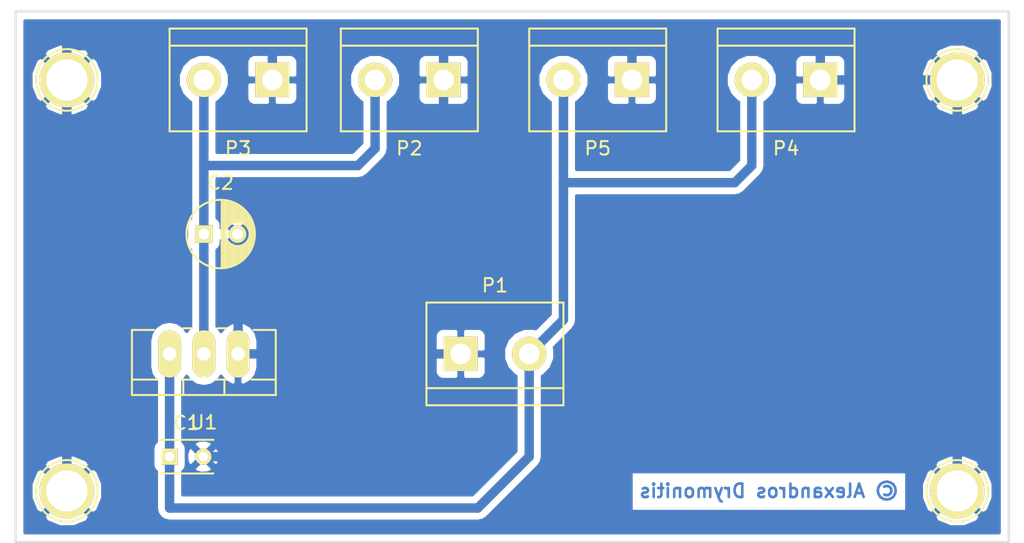
<source format=kicad_pcb>
(kicad_pcb (version 4) (host pcbnew 4.0.6+dfsg1-1)

  (general
    (links 18)
    (no_connects 0)
    (area 113.076667 84.115 189.183334 124.535001)
    (thickness 1.6)
    (drawings 5)
    (tracks 39)
    (zones 0)
    (modules 12)
    (nets 4)
  )

  (page A4)
  (title_block
    (title "Modular Synthesizer Power Distributor")
    (date 2017-11-01)
    (rev 1)
    (company "Alexandros Drymonitis")
  )

  (layers
    (0 F.Cu signal)
    (31 B.Cu signal)
    (32 B.Adhes user)
    (33 F.Adhes user)
    (34 B.Paste user)
    (35 F.Paste user)
    (36 B.SilkS user)
    (37 F.SilkS user)
    (38 B.Mask user)
    (39 F.Mask user)
    (40 Dwgs.User user)
    (41 Cmts.User user)
    (42 Eco1.User user)
    (43 Eco2.User user)
    (44 Edge.Cuts user)
    (45 Margin user)
    (46 B.CrtYd user)
    (47 F.CrtYd user)
    (48 B.Fab user)
    (49 F.Fab user)
  )

  (setup
    (last_trace_width 0.7)
    (trace_clearance 0.2)
    (zone_clearance 0.508)
    (zone_45_only yes)
    (trace_min 0.2)
    (segment_width 0.2)
    (edge_width 0.15)
    (via_size 0.6)
    (via_drill 0.4)
    (via_min_size 0.4)
    (via_min_drill 0.3)
    (uvia_size 0.3)
    (uvia_drill 0.1)
    (uvias_allowed no)
    (uvia_min_size 0.2)
    (uvia_min_drill 0.1)
    (pcb_text_width 0.3)
    (pcb_text_size 1.5 1.5)
    (mod_edge_width 0.15)
    (mod_text_size 1 1)
    (mod_text_width 0.15)
    (pad_size 1.524 1.524)
    (pad_drill 0.762)
    (pad_to_mask_clearance 0.2)
    (aux_axis_origin 0 0)
    (visible_elements FFFFFF7F)
    (pcbplotparams
      (layerselection 0x010f0_80000001)
      (usegerberextensions false)
      (excludeedgelayer true)
      (linewidth 0.050000)
      (plotframeref false)
      (viasonmask false)
      (mode 1)
      (useauxorigin false)
      (hpglpennumber 1)
      (hpglpenspeed 20)
      (hpglpendiameter 15)
      (hpglpenoverlay 2)
      (psnegative false)
      (psa4output false)
      (plotreference true)
      (plotvalue true)
      (plotinvisibletext false)
      (padsonsilk false)
      (subtractmaskfromsilk false)
      (outputformat 1)
      (mirror false)
      (drillshape 0)
      (scaleselection 1)
      (outputdirectory ../../../../Documents/kicad/3dPd/power_distributor/svg_files/))
  )

  (net 0 "")
  (net 1 VCC)
  (net 2 GND)
  (net 3 /VO)

  (net_class Default "This is the default net class."
    (clearance 0.2)
    (trace_width 0.7)
    (via_dia 0.6)
    (via_drill 0.4)
    (uvia_dia 0.3)
    (uvia_drill 0.1)
    (add_net /VO)
    (add_net GND)
    (add_net VCC)
  )

  (module Capacitors_ThroughHole:C_Rect_L4_W2.5_P2.5 (layer F.Cu) (tedit 0) (tstamp 5965DA91)
    (at 125.73 118.11)
    (descr "Film Capacitor Length 4mm x Width 2.5mm, Pitch 2.5mm")
    (tags Capacitor)
    (path /5965DB0F)
    (fp_text reference C1 (at 1.25 -2.5) (layer F.SilkS)
      (effects (font (size 1 1) (thickness 0.15)))
    )
    (fp_text value 100nF (at 1.25 2.5) (layer F.Fab)
      (effects (font (size 1 1) (thickness 0.15)))
    )
    (fp_line (start -1 -1.5) (end 3.5 -1.5) (layer F.CrtYd) (width 0.05))
    (fp_line (start 3.5 -1.5) (end 3.5 1.5) (layer F.CrtYd) (width 0.05))
    (fp_line (start 3.5 1.5) (end -1 1.5) (layer F.CrtYd) (width 0.05))
    (fp_line (start -1 1.5) (end -1 -1.5) (layer F.CrtYd) (width 0.05))
    (fp_line (start -0.75 -1.25) (end 3.25 -1.25) (layer F.SilkS) (width 0.15))
    (fp_line (start -0.75 1.25) (end 3.25 1.25) (layer F.SilkS) (width 0.15))
    (pad 1 thru_hole rect (at 0 0) (size 1.2 1.2) (drill 0.7) (layers *.Cu *.Mask F.SilkS)
      (net 1 VCC))
    (pad 2 thru_hole circle (at 2.5 0) (size 1.2 1.2) (drill 0.7) (layers *.Cu *.Mask F.SilkS)
      (net 2 GND))
  )

  (module Capacitors_ThroughHole:C_Radial_D5_L6_P2.5 (layer F.Cu) (tedit 0) (tstamp 5965DA97)
    (at 128.27 101.6)
    (descr "Radial Electrolytic Capacitor Diameter 5mm x Length 6mm, Pitch 2.5mm")
    (tags "Electrolytic Capacitor")
    (path /5965DB67)
    (fp_text reference C2 (at 1.25 -3.8) (layer F.SilkS)
      (effects (font (size 1 1) (thickness 0.15)))
    )
    (fp_text value 10uF (at 1.25 3.8) (layer F.Fab)
      (effects (font (size 1 1) (thickness 0.15)))
    )
    (fp_line (start 1.325 -2.499) (end 1.325 2.499) (layer F.SilkS) (width 0.15))
    (fp_line (start 1.465 -2.491) (end 1.465 2.491) (layer F.SilkS) (width 0.15))
    (fp_line (start 1.605 -2.475) (end 1.605 -0.095) (layer F.SilkS) (width 0.15))
    (fp_line (start 1.605 0.095) (end 1.605 2.475) (layer F.SilkS) (width 0.15))
    (fp_line (start 1.745 -2.451) (end 1.745 -0.49) (layer F.SilkS) (width 0.15))
    (fp_line (start 1.745 0.49) (end 1.745 2.451) (layer F.SilkS) (width 0.15))
    (fp_line (start 1.885 -2.418) (end 1.885 -0.657) (layer F.SilkS) (width 0.15))
    (fp_line (start 1.885 0.657) (end 1.885 2.418) (layer F.SilkS) (width 0.15))
    (fp_line (start 2.025 -2.377) (end 2.025 -0.764) (layer F.SilkS) (width 0.15))
    (fp_line (start 2.025 0.764) (end 2.025 2.377) (layer F.SilkS) (width 0.15))
    (fp_line (start 2.165 -2.327) (end 2.165 -0.835) (layer F.SilkS) (width 0.15))
    (fp_line (start 2.165 0.835) (end 2.165 2.327) (layer F.SilkS) (width 0.15))
    (fp_line (start 2.305 -2.266) (end 2.305 -0.879) (layer F.SilkS) (width 0.15))
    (fp_line (start 2.305 0.879) (end 2.305 2.266) (layer F.SilkS) (width 0.15))
    (fp_line (start 2.445 -2.196) (end 2.445 -0.898) (layer F.SilkS) (width 0.15))
    (fp_line (start 2.445 0.898) (end 2.445 2.196) (layer F.SilkS) (width 0.15))
    (fp_line (start 2.585 -2.114) (end 2.585 -0.896) (layer F.SilkS) (width 0.15))
    (fp_line (start 2.585 0.896) (end 2.585 2.114) (layer F.SilkS) (width 0.15))
    (fp_line (start 2.725 -2.019) (end 2.725 -0.871) (layer F.SilkS) (width 0.15))
    (fp_line (start 2.725 0.871) (end 2.725 2.019) (layer F.SilkS) (width 0.15))
    (fp_line (start 2.865 -1.908) (end 2.865 -0.823) (layer F.SilkS) (width 0.15))
    (fp_line (start 2.865 0.823) (end 2.865 1.908) (layer F.SilkS) (width 0.15))
    (fp_line (start 3.005 -1.78) (end 3.005 -0.745) (layer F.SilkS) (width 0.15))
    (fp_line (start 3.005 0.745) (end 3.005 1.78) (layer F.SilkS) (width 0.15))
    (fp_line (start 3.145 -1.631) (end 3.145 -0.628) (layer F.SilkS) (width 0.15))
    (fp_line (start 3.145 0.628) (end 3.145 1.631) (layer F.SilkS) (width 0.15))
    (fp_line (start 3.285 -1.452) (end 3.285 -0.44) (layer F.SilkS) (width 0.15))
    (fp_line (start 3.285 0.44) (end 3.285 1.452) (layer F.SilkS) (width 0.15))
    (fp_line (start 3.425 -1.233) (end 3.425 1.233) (layer F.SilkS) (width 0.15))
    (fp_line (start 3.565 -0.944) (end 3.565 0.944) (layer F.SilkS) (width 0.15))
    (fp_line (start 3.705 -0.472) (end 3.705 0.472) (layer F.SilkS) (width 0.15))
    (fp_circle (center 2.5 0) (end 2.5 -0.9) (layer F.SilkS) (width 0.15))
    (fp_circle (center 1.25 0) (end 1.25 -2.5375) (layer F.SilkS) (width 0.15))
    (fp_circle (center 1.25 0) (end 1.25 -2.8) (layer F.CrtYd) (width 0.05))
    (pad 1 thru_hole rect (at 0 0) (size 1.3 1.3) (drill 0.8) (layers *.Cu *.Mask F.SilkS)
      (net 3 /VO))
    (pad 2 thru_hole circle (at 2.5 0) (size 1.3 1.3) (drill 0.8) (layers *.Cu *.Mask F.SilkS)
      (net 2 GND))
    (model Capacitors_ThroughHole.3dshapes/C_Radial_D5_L6_P2.5.wrl
      (at (xyz 0.0492126 0 0))
      (scale (xyz 1 1 1))
      (rotate (xyz 0 0 90))
    )
  )

  (module Connect:bornier2 (layer F.Cu) (tedit 0) (tstamp 5965DA9D)
    (at 149.86 110.49)
    (descr "Bornier d'alimentation 2 pins")
    (tags DEV)
    (path /5965D762)
    (fp_text reference P1 (at 0 -5.08) (layer F.SilkS)
      (effects (font (size 1 1) (thickness 0.15)))
    )
    (fp_text value CONN_01X02 (at 0 5.08) (layer F.Fab)
      (effects (font (size 1 1) (thickness 0.15)))
    )
    (fp_line (start 5.08 2.54) (end -5.08 2.54) (layer F.SilkS) (width 0.15))
    (fp_line (start 5.08 3.81) (end 5.08 -3.81) (layer F.SilkS) (width 0.15))
    (fp_line (start 5.08 -3.81) (end -5.08 -3.81) (layer F.SilkS) (width 0.15))
    (fp_line (start -5.08 -3.81) (end -5.08 3.81) (layer F.SilkS) (width 0.15))
    (fp_line (start -5.08 3.81) (end 5.08 3.81) (layer F.SilkS) (width 0.15))
    (pad 1 thru_hole rect (at -2.54 0) (size 2.54 2.54) (drill 1.524) (layers *.Cu *.Mask F.SilkS)
      (net 2 GND))
    (pad 2 thru_hole circle (at 2.54 0) (size 2.54 2.54) (drill 1.524) (layers *.Cu *.Mask F.SilkS)
      (net 1 VCC))
    (model Connect.3dshapes/bornier2.wrl
      (at (xyz 0 0 0))
      (scale (xyz 1 1 1))
      (rotate (xyz 0 0 0))
    )
  )

  (module Connect:bornier2 (layer F.Cu) (tedit 0) (tstamp 5965DAA3)
    (at 143.51 90.17 180)
    (descr "Bornier d'alimentation 2 pins")
    (tags DEV)
    (path /5965D7FC)
    (fp_text reference P2 (at 0 -5.08 180) (layer F.SilkS)
      (effects (font (size 1 1) (thickness 0.15)))
    )
    (fp_text value CONN_01X02 (at 0 5.08 180) (layer F.Fab)
      (effects (font (size 1 1) (thickness 0.15)))
    )
    (fp_line (start 5.08 2.54) (end -5.08 2.54) (layer F.SilkS) (width 0.15))
    (fp_line (start 5.08 3.81) (end 5.08 -3.81) (layer F.SilkS) (width 0.15))
    (fp_line (start 5.08 -3.81) (end -5.08 -3.81) (layer F.SilkS) (width 0.15))
    (fp_line (start -5.08 -3.81) (end -5.08 3.81) (layer F.SilkS) (width 0.15))
    (fp_line (start -5.08 3.81) (end 5.08 3.81) (layer F.SilkS) (width 0.15))
    (pad 1 thru_hole rect (at -2.54 0 180) (size 2.54 2.54) (drill 1.524) (layers *.Cu *.Mask F.SilkS)
      (net 2 GND))
    (pad 2 thru_hole circle (at 2.54 0 180) (size 2.54 2.54) (drill 1.524) (layers *.Cu *.Mask F.SilkS)
      (net 3 /VO))
    (model Connect.3dshapes/bornier2.wrl
      (at (xyz 0 0 0))
      (scale (xyz 1 1 1))
      (rotate (xyz 0 0 0))
    )
  )

  (module Connect:bornier2 (layer F.Cu) (tedit 0) (tstamp 5965DAA9)
    (at 130.81 90.17 180)
    (descr "Bornier d'alimentation 2 pins")
    (tags DEV)
    (path /5965D835)
    (fp_text reference P3 (at 0 -5.08 180) (layer F.SilkS)
      (effects (font (size 1 1) (thickness 0.15)))
    )
    (fp_text value CONN_01X02 (at 0 5.08 180) (layer F.Fab)
      (effects (font (size 1 1) (thickness 0.15)))
    )
    (fp_line (start 5.08 2.54) (end -5.08 2.54) (layer F.SilkS) (width 0.15))
    (fp_line (start 5.08 3.81) (end 5.08 -3.81) (layer F.SilkS) (width 0.15))
    (fp_line (start 5.08 -3.81) (end -5.08 -3.81) (layer F.SilkS) (width 0.15))
    (fp_line (start -5.08 -3.81) (end -5.08 3.81) (layer F.SilkS) (width 0.15))
    (fp_line (start -5.08 3.81) (end 5.08 3.81) (layer F.SilkS) (width 0.15))
    (pad 1 thru_hole rect (at -2.54 0 180) (size 2.54 2.54) (drill 1.524) (layers *.Cu *.Mask F.SilkS)
      (net 2 GND))
    (pad 2 thru_hole circle (at 2.54 0 180) (size 2.54 2.54) (drill 1.524) (layers *.Cu *.Mask F.SilkS)
      (net 3 /VO))
    (model Connect.3dshapes/bornier2.wrl
      (at (xyz 0 0 0))
      (scale (xyz 1 1 1))
      (rotate (xyz 0 0 0))
    )
  )

  (module Connect:bornier2 (layer F.Cu) (tedit 0) (tstamp 5965DAAF)
    (at 171.45 90.17 180)
    (descr "Bornier d'alimentation 2 pins")
    (tags DEV)
    (path /5965D853)
    (fp_text reference P4 (at 0 -5.08 180) (layer F.SilkS)
      (effects (font (size 1 1) (thickness 0.15)))
    )
    (fp_text value CONN_01X02 (at 0 5.08 180) (layer F.Fab)
      (effects (font (size 1 1) (thickness 0.15)))
    )
    (fp_line (start 5.08 2.54) (end -5.08 2.54) (layer F.SilkS) (width 0.15))
    (fp_line (start 5.08 3.81) (end 5.08 -3.81) (layer F.SilkS) (width 0.15))
    (fp_line (start 5.08 -3.81) (end -5.08 -3.81) (layer F.SilkS) (width 0.15))
    (fp_line (start -5.08 -3.81) (end -5.08 3.81) (layer F.SilkS) (width 0.15))
    (fp_line (start -5.08 3.81) (end 5.08 3.81) (layer F.SilkS) (width 0.15))
    (pad 1 thru_hole rect (at -2.54 0 180) (size 2.54 2.54) (drill 1.524) (layers *.Cu *.Mask F.SilkS)
      (net 2 GND))
    (pad 2 thru_hole circle (at 2.54 0 180) (size 2.54 2.54) (drill 1.524) (layers *.Cu *.Mask F.SilkS)
      (net 1 VCC))
    (model Connect.3dshapes/bornier2.wrl
      (at (xyz 0 0 0))
      (scale (xyz 1 1 1))
      (rotate (xyz 0 0 0))
    )
  )

  (module Connect:bornier2 (layer F.Cu) (tedit 0) (tstamp 5965DAB5)
    (at 157.48 90.17 180)
    (descr "Bornier d'alimentation 2 pins")
    (tags DEV)
    (path /5965D874)
    (fp_text reference P5 (at 0 -5.08 180) (layer F.SilkS)
      (effects (font (size 1 1) (thickness 0.15)))
    )
    (fp_text value CONN_01X02 (at 0 5.08 180) (layer F.Fab)
      (effects (font (size 1 1) (thickness 0.15)))
    )
    (fp_line (start 5.08 2.54) (end -5.08 2.54) (layer F.SilkS) (width 0.15))
    (fp_line (start 5.08 3.81) (end 5.08 -3.81) (layer F.SilkS) (width 0.15))
    (fp_line (start 5.08 -3.81) (end -5.08 -3.81) (layer F.SilkS) (width 0.15))
    (fp_line (start -5.08 -3.81) (end -5.08 3.81) (layer F.SilkS) (width 0.15))
    (fp_line (start -5.08 3.81) (end 5.08 3.81) (layer F.SilkS) (width 0.15))
    (pad 1 thru_hole rect (at -2.54 0 180) (size 2.54 2.54) (drill 1.524) (layers *.Cu *.Mask F.SilkS)
      (net 2 GND))
    (pad 2 thru_hole circle (at 2.54 0 180) (size 2.54 2.54) (drill 1.524) (layers *.Cu *.Mask F.SilkS)
      (net 1 VCC))
    (model Connect.3dshapes/bornier2.wrl
      (at (xyz 0 0 0))
      (scale (xyz 1 1 1))
      (rotate (xyz 0 0 0))
    )
  )

  (module TO_SOT_Packages_THT:TO-220_Neutral123_Vertical_LargePads (layer F.Cu) (tedit 0) (tstamp 5965DABC)
    (at 128.27 110.49 180)
    (descr "TO-220, Neutral, Vertical, Large Pads,")
    (tags "TO-220, Neutral, Vertical, Large Pads,")
    (path /5965DAC6)
    (fp_text reference U1 (at 0 -5.08 180) (layer F.SilkS)
      (effects (font (size 1 1) (thickness 0.15)))
    )
    (fp_text value LD1117S33TR (at 0 3.81 180) (layer F.Fab)
      (effects (font (size 1 1) (thickness 0.15)))
    )
    (fp_line (start 5.334 -1.905) (end 3.429 -1.905) (layer F.SilkS) (width 0.15))
    (fp_line (start 0.889 -1.905) (end 1.651 -1.905) (layer F.SilkS) (width 0.15))
    (fp_line (start -1.524 -1.905) (end -1.651 -1.905) (layer F.SilkS) (width 0.15))
    (fp_line (start -1.524 -1.905) (end -0.889 -1.905) (layer F.SilkS) (width 0.15))
    (fp_line (start -5.334 -1.905) (end -3.556 -1.905) (layer F.SilkS) (width 0.15))
    (fp_line (start -5.334 1.778) (end -3.683 1.778) (layer F.SilkS) (width 0.15))
    (fp_line (start -1.016 1.905) (end -1.651 1.905) (layer F.SilkS) (width 0.15))
    (fp_line (start 1.524 1.905) (end 0.889 1.905) (layer F.SilkS) (width 0.15))
    (fp_line (start 5.334 1.778) (end 3.683 1.778) (layer F.SilkS) (width 0.15))
    (fp_line (start -1.524 -3.048) (end -1.524 -1.905) (layer F.SilkS) (width 0.15))
    (fp_line (start 1.524 -3.048) (end 1.524 -1.905) (layer F.SilkS) (width 0.15))
    (fp_line (start 5.334 -1.905) (end 5.334 1.778) (layer F.SilkS) (width 0.15))
    (fp_line (start -5.334 1.778) (end -5.334 -1.905) (layer F.SilkS) (width 0.15))
    (fp_line (start 5.334 -3.048) (end 5.334 -1.905) (layer F.SilkS) (width 0.15))
    (fp_line (start -5.334 -1.905) (end -5.334 -3.048) (layer F.SilkS) (width 0.15))
    (fp_line (start 0 -3.048) (end -5.334 -3.048) (layer F.SilkS) (width 0.15))
    (fp_line (start 0 -3.048) (end 5.334 -3.048) (layer F.SilkS) (width 0.15))
    (pad 2 thru_hole oval (at 0 0 270) (size 3.50012 1.69926) (drill 1.00076) (layers *.Cu *.Mask F.SilkS)
      (net 3 /VO))
    (pad 1 thru_hole oval (at -2.54 0 270) (size 3.50012 1.69926) (drill 1.00076) (layers *.Cu *.Mask F.SilkS)
      (net 2 GND))
    (pad 3 thru_hole oval (at 2.54 0 270) (size 3.50012 1.69926) (drill 1.00076) (layers *.Cu *.Mask F.SilkS)
      (net 1 VCC))
    (model TO_SOT_Packages_THT.3dshapes/TO-220_Neutral123_Vertical_LargePads.wrl
      (at (xyz 0 0 0))
      (scale (xyz 0.3937 0.3937 0.3937))
      (rotate (xyz 0 0 0))
    )
  )

  (module mydrillhole:hole (layer F.Cu) (tedit 5957842A) (tstamp 5965DDED)
    (at 184.15 90.17)
    (descr "module 1 pin (ou trou mecanique de percage)")
    (tags DEV)
    (path /5965F298)
    (fp_text reference P6 (at 0 -3.048) (layer F.SilkS) hide
      (effects (font (size 1 1) (thickness 0.15)))
    )
    (fp_text value CONN_01X01 (at 0 2.794) (layer F.Fab)
      (effects (font (size 1 1) (thickness 0.15)))
    )
    (fp_circle (center 0 0) (end 0 -2.286) (layer F.SilkS) (width 0.15))
    (pad 1 thru_hole circle (at 0 0) (size 4.064 4.064) (drill 3.048) (layers *.Cu *.Mask F.SilkS)
      (net 2 GND))
  )

  (module mydrillhole:hole (layer F.Cu) (tedit 5957842A) (tstamp 5965DDF2)
    (at 118.11 90.17)
    (descr "module 1 pin (ou trou mecanique de percage)")
    (tags DEV)
    (path /5965F2C8)
    (fp_text reference P7 (at 0 -3.048) (layer F.SilkS) hide
      (effects (font (size 1 1) (thickness 0.15)))
    )
    (fp_text value CONN_01X01 (at 0 2.794) (layer F.Fab)
      (effects (font (size 1 1) (thickness 0.15)))
    )
    (fp_circle (center 0 0) (end 0 -2.286) (layer F.SilkS) (width 0.15))
    (pad 1 thru_hole circle (at 0 0) (size 4.064 4.064) (drill 3.048) (layers *.Cu *.Mask F.SilkS)
      (net 2 GND))
  )

  (module mydrillhole:hole (layer F.Cu) (tedit 5957842A) (tstamp 5965DDF7)
    (at 118.11 120.65)
    (descr "module 1 pin (ou trou mecanique de percage)")
    (tags DEV)
    (path /5965F305)
    (fp_text reference P8 (at 0 -3.048) (layer F.SilkS) hide
      (effects (font (size 1 1) (thickness 0.15)))
    )
    (fp_text value CONN_01X01 (at 0 2.794) (layer F.Fab)
      (effects (font (size 1 1) (thickness 0.15)))
    )
    (fp_circle (center 0 0) (end 0 -2.286) (layer F.SilkS) (width 0.15))
    (pad 1 thru_hole circle (at 0 0) (size 4.064 4.064) (drill 3.048) (layers *.Cu *.Mask F.SilkS)
      (net 2 GND))
  )

  (module mydrillhole:hole (layer F.Cu) (tedit 5957842A) (tstamp 5965DDFC)
    (at 184.15 120.65)
    (descr "module 1 pin (ou trou mecanique de percage)")
    (tags DEV)
    (path /5965F33B)
    (fp_text reference P9 (at 0 -3.048) (layer F.SilkS) hide
      (effects (font (size 1 1) (thickness 0.15)))
    )
    (fp_text value CONN_01X01 (at 0 2.794) (layer F.Fab)
      (effects (font (size 1 1) (thickness 0.15)))
    )
    (fp_circle (center 0 0) (end 0 -2.286) (layer F.SilkS) (width 0.15))
    (pad 1 thru_hole circle (at 0 0) (size 4.064 4.064) (drill 3.048) (layers *.Cu *.Mask F.SilkS)
      (net 2 GND))
  )

  (gr_text "© Alexandros Drymonitis" (at 170.18 120.65) (layer B.Cu)
    (effects (font (size 1 1) (thickness 0.1905)) (justify mirror))
  )
  (gr_line (start 187.96 124.46) (end 187.96 85.09) (angle 90) (layer Edge.Cuts) (width 0.15))
  (gr_line (start 114.3 124.46) (end 187.96 124.46) (angle 90) (layer Edge.Cuts) (width 0.15))
  (gr_line (start 114.3 85.09) (end 114.3 124.46) (angle 90) (layer Edge.Cuts) (width 0.15))
  (gr_line (start 187.96 85.09) (end 114.3 85.09) (angle 90) (layer Edge.Cuts) (width 0.15))

  (segment (start 168.91 90.17) (end 168.91 96.52) (width 0.7) (layer B.Cu) (net 1))
  (segment (start 167.64 97.79) (end 154.94 97.79) (width 0.7) (layer B.Cu) (net 1) (tstamp 5965DEEF))
  (segment (start 168.91 96.52) (end 167.64 97.79) (width 0.7) (layer B.Cu) (net 1) (tstamp 5965DEEC))
  (segment (start 125.73 118.11) (end 125.73 110.49) (width 0.7) (layer B.Cu) (net 1))
  (segment (start 152.4 110.49) (end 152.4 118.11) (width 0.7) (layer B.Cu) (net 1))
  (segment (start 125.73 121.92) (end 125.73 118.11) (width 0.7) (layer B.Cu) (net 1) (tstamp 5965DECB))
  (segment (start 148.59 121.92) (end 125.73 121.92) (width 0.7) (layer B.Cu) (net 1) (tstamp 5965DEC9))
  (segment (start 152.4 118.11) (end 148.59 121.92) (width 0.7) (layer B.Cu) (net 1) (tstamp 5965DEC3))
  (segment (start 152.4 110.49) (end 154.94 107.95) (width 0.7) (layer B.Cu) (net 1))
  (segment (start 154.94 107.95) (end 154.94 97.79) (width 0.7) (layer B.Cu) (net 1) (tstamp 5965DEB6))
  (segment (start 154.94 97.79) (end 154.94 90.17) (width 0.7) (layer B.Cu) (net 1) (tstamp 5965DEC1))
  (segment (start 118.11 120.65) (end 118.11 90.17) (width 0.7) (layer B.Cu) (net 2))
  (segment (start 118.11 90.17) (end 118.11 87.63) (width 0.7) (layer B.Cu) (net 2))
  (segment (start 118.11 87.63) (end 133.35 87.63) (width 0.7) (layer B.Cu) (net 2) (tstamp 5965DF31))
  (segment (start 184.15 90.17) (end 184.15 120.65) (width 0.7) (layer B.Cu) (net 2))
  (segment (start 184.15 90.17) (end 173.99 90.17) (width 0.7) (layer B.Cu) (net 2))
  (segment (start 173.99 90.17) (end 173.99 87.63) (width 0.7) (layer B.Cu) (net 2))
  (segment (start 173.99 87.63) (end 160.02 87.63) (width 0.7) (layer B.Cu) (net 2) (tstamp 5965DF27))
  (segment (start 160.02 90.17) (end 160.02 87.63) (width 0.7) (layer B.Cu) (net 2))
  (segment (start 160.02 87.63) (end 146.05 87.63) (width 0.7) (layer B.Cu) (net 2) (tstamp 5965DF23))
  (segment (start 133.35 90.17) (end 133.35 87.63) (width 0.7) (layer B.Cu) (net 2))
  (segment (start 146.05 87.63) (end 146.05 90.17) (width 0.7) (layer B.Cu) (net 2) (tstamp 5965DF1E))
  (segment (start 133.35 87.63) (end 146.05 87.63) (width 0.7) (layer B.Cu) (net 2) (tstamp 5965DF1C))
  (segment (start 130.77 101.6) (end 143.51 101.6) (width 0.7) (layer B.Cu) (net 2))
  (segment (start 146.05 99.06) (end 146.05 90.17) (width 0.7) (layer B.Cu) (net 2) (tstamp 5965DF18))
  (segment (start 143.51 101.6) (end 146.05 99.06) (width 0.7) (layer B.Cu) (net 2) (tstamp 5965DF16))
  (segment (start 130.81 110.49) (end 130.81 101.64) (width 0.7) (layer B.Cu) (net 2))
  (segment (start 130.81 101.64) (end 130.77 101.6) (width 0.7) (layer B.Cu) (net 2) (tstamp 5965DF03))
  (segment (start 128.23 118.11) (end 134.62 118.11) (width 0.7) (layer B.Cu) (net 2))
  (segment (start 135.89 116.84) (end 135.89 110.49) (width 0.7) (layer B.Cu) (net 2) (tstamp 5965DEFE))
  (segment (start 134.62 118.11) (end 135.89 116.84) (width 0.7) (layer B.Cu) (net 2) (tstamp 5965DEFB))
  (segment (start 147.32 110.49) (end 135.89 110.49) (width 0.7) (layer B.Cu) (net 2))
  (segment (start 135.89 110.49) (end 130.81 110.49) (width 0.7) (layer B.Cu) (net 2) (tstamp 5965DF01))
  (segment (start 140.97 90.17) (end 140.97 95.25) (width 0.7) (layer B.Cu) (net 3))
  (segment (start 139.7 96.52) (end 128.27 96.52) (width 0.7) (layer B.Cu) (net 3) (tstamp 5965DEDF))
  (segment (start 140.97 95.25) (end 139.7 96.52) (width 0.7) (layer B.Cu) (net 3) (tstamp 5965DEDD))
  (segment (start 128.27 101.6) (end 128.27 96.52) (width 0.7) (layer B.Cu) (net 3))
  (segment (start 128.27 96.52) (end 128.27 90.17) (width 0.7) (layer B.Cu) (net 3) (tstamp 5965DEE3))
  (segment (start 128.27 110.49) (end 128.27 101.6) (width 0.7) (layer B.Cu) (net 3))

  (zone (net 2) (net_name GND) (layer B.Cu) (tstamp 5965DFA1) (hatch edge 0.508)
    (connect_pads (clearance 0.508))
    (min_thickness 0.254)
    (fill yes (arc_segments 16) (thermal_gap 0.508) (thermal_bridge_width 0.508))
    (polygon
      (pts
        (xy 187.96 124.46) (xy 114.3 124.46) (xy 114.3 85.09) (xy 187.96 85.09)
      )
    )
    (filled_polygon
      (pts
        (xy 187.25 123.75) (xy 115.01 123.75) (xy 115.01 122.548121) (xy 116.391484 122.548121) (xy 116.616154 122.922168)
        (xy 117.599388 123.32088) (xy 118.660357 123.312975) (xy 119.603846 122.922168) (xy 119.828516 122.548121) (xy 118.11 120.829605)
        (xy 116.391484 122.548121) (xy 115.01 122.548121) (xy 115.01 120.139388) (xy 115.43912 120.139388) (xy 115.447025 121.200357)
        (xy 115.837832 122.143846) (xy 116.211879 122.368516) (xy 117.930395 120.65) (xy 118.289605 120.65) (xy 120.008121 122.368516)
        (xy 120.382168 122.143846) (xy 120.78088 121.160612) (xy 120.772975 120.099643) (xy 120.382168 119.156154) (xy 120.008121 118.931484)
        (xy 118.289605 120.65) (xy 117.930395 120.65) (xy 116.211879 118.931484) (xy 115.837832 119.156154) (xy 115.43912 120.139388)
        (xy 115.01 120.139388) (xy 115.01 118.751879) (xy 116.391484 118.751879) (xy 118.11 120.470395) (xy 119.828516 118.751879)
        (xy 119.603846 118.377832) (xy 118.620612 117.97912) (xy 117.559643 117.987025) (xy 116.616154 118.377832) (xy 116.391484 118.751879)
        (xy 115.01 118.751879) (xy 115.01 109.542844) (xy 124.24537 109.542844) (xy 124.24537 111.437156) (xy 124.358381 112.005299)
        (xy 124.680208 112.486948) (xy 124.745 112.530241) (xy 124.745 117.003156) (xy 124.678559 117.04591) (xy 124.533569 117.25811)
        (xy 124.48256 117.51) (xy 124.48256 118.71) (xy 124.526838 118.945317) (xy 124.66591 119.161441) (xy 124.745 119.215481)
        (xy 124.745 121.92) (xy 124.819979 122.296943) (xy 125.0335 122.6165) (xy 125.353057 122.830021) (xy 125.73 122.905)
        (xy 148.59 122.905) (xy 148.966943 122.830021) (xy 149.2865 122.6165) (xy 149.354879 122.548121) (xy 182.431484 122.548121)
        (xy 182.656154 122.922168) (xy 183.639388 123.32088) (xy 184.700357 123.312975) (xy 185.643846 122.922168) (xy 185.868516 122.548121)
        (xy 184.15 120.829605) (xy 182.431484 122.548121) (xy 149.354879 122.548121) (xy 152.68325 119.21975) (xy 159.949761 119.21975)
        (xy 159.949761 122.18025) (xy 180.41024 122.18025) (xy 180.41024 120.139388) (xy 181.47912 120.139388) (xy 181.487025 121.200357)
        (xy 181.877832 122.143846) (xy 182.251879 122.368516) (xy 183.970395 120.65) (xy 184.329605 120.65) (xy 186.048121 122.368516)
        (xy 186.422168 122.143846) (xy 186.82088 121.160612) (xy 186.812975 120.099643) (xy 186.422168 119.156154) (xy 186.048121 118.931484)
        (xy 184.329605 120.65) (xy 183.970395 120.65) (xy 182.251879 118.931484) (xy 181.877832 119.156154) (xy 181.47912 120.139388)
        (xy 180.41024 120.139388) (xy 180.41024 119.21975) (xy 159.949761 119.21975) (xy 152.68325 119.21975) (xy 153.0965 118.8065)
        (xy 153.132996 118.751879) (xy 182.431484 118.751879) (xy 184.15 120.470395) (xy 185.868516 118.751879) (xy 185.643846 118.377832)
        (xy 184.660612 117.97912) (xy 183.599643 117.987025) (xy 182.656154 118.377832) (xy 182.431484 118.751879) (xy 153.132996 118.751879)
        (xy 153.310021 118.486943) (xy 153.385 118.11) (xy 153.385 112.144219) (xy 153.477686 112.105922) (xy 154.014039 111.570505)
        (xy 154.304668 110.87059) (xy 154.30533 110.112735) (xy 154.265839 110.017161) (xy 155.6365 108.6465) (xy 155.850021 108.326943)
        (xy 155.881368 108.169351) (xy 155.925 107.95) (xy 155.925 98.775) (xy 167.64 98.775) (xy 168.016943 98.700021)
        (xy 168.3365 98.4865) (xy 169.6065 97.2165) (xy 169.820021 96.896943) (xy 169.895 96.52) (xy 169.895 91.824219)
        (xy 169.987686 91.785922) (xy 170.524039 91.250505) (xy 170.814668 90.55059) (xy 170.81475 90.45575) (xy 172.085 90.45575)
        (xy 172.085 91.56631) (xy 172.181673 91.799699) (xy 172.360302 91.978327) (xy 172.593691 92.075) (xy 173.70425 92.075)
        (xy 173.863 91.91625) (xy 173.863 90.297) (xy 174.117 90.297) (xy 174.117 91.91625) (xy 174.27575 92.075)
        (xy 175.386309 92.075) (xy 175.402916 92.068121) (xy 182.431484 92.068121) (xy 182.656154 92.442168) (xy 183.639388 92.84088)
        (xy 184.700357 92.832975) (xy 185.643846 92.442168) (xy 185.868516 92.068121) (xy 184.15 90.349605) (xy 182.431484 92.068121)
        (xy 175.402916 92.068121) (xy 175.619698 91.978327) (xy 175.798327 91.799699) (xy 175.895 91.56631) (xy 175.895 90.45575)
        (xy 175.73625 90.297) (xy 174.117 90.297) (xy 173.863 90.297) (xy 172.24375 90.297) (xy 172.085 90.45575)
        (xy 170.81475 90.45575) (xy 170.81533 89.792735) (xy 170.525922 89.092314) (xy 170.207855 88.77369) (xy 172.085 88.77369)
        (xy 172.085 89.88425) (xy 172.24375 90.043) (xy 173.863 90.043) (xy 173.863 88.42375) (xy 174.117 88.42375)
        (xy 174.117 90.043) (xy 175.73625 90.043) (xy 175.895 89.88425) (xy 175.895 89.659388) (xy 181.47912 89.659388)
        (xy 181.487025 90.720357) (xy 181.877832 91.663846) (xy 182.251879 91.888516) (xy 183.970395 90.17) (xy 184.329605 90.17)
        (xy 186.048121 91.888516) (xy 186.422168 91.663846) (xy 186.82088 90.680612) (xy 186.812975 89.619643) (xy 186.422168 88.676154)
        (xy 186.048121 88.451484) (xy 184.329605 90.17) (xy 183.970395 90.17) (xy 182.251879 88.451484) (xy 181.877832 88.676154)
        (xy 181.47912 89.659388) (xy 175.895 89.659388) (xy 175.895 88.77369) (xy 175.798327 88.540301) (xy 175.619698 88.361673)
        (xy 175.402917 88.271879) (xy 182.431484 88.271879) (xy 184.15 89.990395) (xy 185.868516 88.271879) (xy 185.643846 87.897832)
        (xy 184.660612 87.49912) (xy 183.599643 87.507025) (xy 182.656154 87.897832) (xy 182.431484 88.271879) (xy 175.402917 88.271879)
        (xy 175.386309 88.265) (xy 174.27575 88.265) (xy 174.117 88.42375) (xy 173.863 88.42375) (xy 173.70425 88.265)
        (xy 172.593691 88.265) (xy 172.360302 88.361673) (xy 172.181673 88.540301) (xy 172.085 88.77369) (xy 170.207855 88.77369)
        (xy 169.990505 88.555961) (xy 169.29059 88.265332) (xy 168.532735 88.26467) (xy 167.832314 88.554078) (xy 167.295961 89.089495)
        (xy 167.005332 89.78941) (xy 167.00467 90.547265) (xy 167.294078 91.247686) (xy 167.829495 91.784039) (xy 167.925 91.823696)
        (xy 167.925 96.112) (xy 167.232 96.805) (xy 155.925 96.805) (xy 155.925 91.824219) (xy 156.017686 91.785922)
        (xy 156.554039 91.250505) (xy 156.844668 90.55059) (xy 156.84475 90.45575) (xy 158.115 90.45575) (xy 158.115 91.56631)
        (xy 158.211673 91.799699) (xy 158.390302 91.978327) (xy 158.623691 92.075) (xy 159.73425 92.075) (xy 159.893 91.91625)
        (xy 159.893 90.297) (xy 160.147 90.297) (xy 160.147 91.91625) (xy 160.30575 92.075) (xy 161.416309 92.075)
        (xy 161.649698 91.978327) (xy 161.828327 91.799699) (xy 161.925 91.56631) (xy 161.925 90.45575) (xy 161.76625 90.297)
        (xy 160.147 90.297) (xy 159.893 90.297) (xy 158.27375 90.297) (xy 158.115 90.45575) (xy 156.84475 90.45575)
        (xy 156.84533 89.792735) (xy 156.555922 89.092314) (xy 156.237855 88.77369) (xy 158.115 88.77369) (xy 158.115 89.88425)
        (xy 158.27375 90.043) (xy 159.893 90.043) (xy 159.893 88.42375) (xy 160.147 88.42375) (xy 160.147 90.043)
        (xy 161.76625 90.043) (xy 161.925 89.88425) (xy 161.925 88.77369) (xy 161.828327 88.540301) (xy 161.649698 88.361673)
        (xy 161.416309 88.265) (xy 160.30575 88.265) (xy 160.147 88.42375) (xy 159.893 88.42375) (xy 159.73425 88.265)
        (xy 158.623691 88.265) (xy 158.390302 88.361673) (xy 158.211673 88.540301) (xy 158.115 88.77369) (xy 156.237855 88.77369)
        (xy 156.020505 88.555961) (xy 155.32059 88.265332) (xy 154.562735 88.26467) (xy 153.862314 88.554078) (xy 153.325961 89.089495)
        (xy 153.035332 89.78941) (xy 153.03467 90.547265) (xy 153.324078 91.247686) (xy 153.859495 91.784039) (xy 153.955 91.823696)
        (xy 153.955 107.542) (xy 152.873209 108.623791) (xy 152.78059 108.585332) (xy 152.022735 108.58467) (xy 151.322314 108.874078)
        (xy 150.785961 109.409495) (xy 150.495332 110.10941) (xy 150.49467 110.867265) (xy 150.784078 111.567686) (xy 151.319495 112.104039)
        (xy 151.415 112.143696) (xy 151.415 117.702) (xy 148.182 120.935) (xy 126.715 120.935) (xy 126.715 119.216844)
        (xy 126.781441 119.17409) (xy 126.91902 118.972735) (xy 127.54687 118.972735) (xy 127.596383 119.198164) (xy 128.061036 119.357807)
        (xy 128.551413 119.327482) (xy 128.863617 119.198164) (xy 128.91313 118.972735) (xy 128.23 118.289605) (xy 127.54687 118.972735)
        (xy 126.91902 118.972735) (xy 126.926431 118.96189) (xy 126.97744 118.71) (xy 126.97744 117.941036) (xy 126.982193 117.941036)
        (xy 127.012518 118.431413) (xy 127.141836 118.743617) (xy 127.367265 118.79313) (xy 128.050395 118.11) (xy 128.409605 118.11)
        (xy 129.092735 118.79313) (xy 129.318164 118.743617) (xy 129.477807 118.278964) (xy 129.447482 117.788587) (xy 129.318164 117.476383)
        (xy 129.092735 117.42687) (xy 128.409605 118.11) (xy 128.050395 118.11) (xy 127.367265 117.42687) (xy 127.141836 117.476383)
        (xy 126.982193 117.941036) (xy 126.97744 117.941036) (xy 126.97744 117.51) (xy 126.933162 117.274683) (xy 126.915519 117.247265)
        (xy 127.54687 117.247265) (xy 128.23 117.930395) (xy 128.91313 117.247265) (xy 128.863617 117.021836) (xy 128.398964 116.862193)
        (xy 127.908587 116.892518) (xy 127.596383 117.021836) (xy 127.54687 117.247265) (xy 126.915519 117.247265) (xy 126.79409 117.058559)
        (xy 126.715 117.004519) (xy 126.715 112.530241) (xy 126.779792 112.486948) (xy 127 112.157383) (xy 127.220208 112.486948)
        (xy 127.701857 112.808775) (xy 128.27 112.921786) (xy 128.838143 112.808775) (xy 129.319792 112.486948) (xy 129.545516 112.149127)
        (xy 129.850011 112.530024) (xy 130.35919 112.810649) (xy 130.453168 112.83154) (xy 130.683 112.710214) (xy 130.683 110.617)
        (xy 130.937 110.617) (xy 130.937 112.710214) (xy 131.166832 112.83154) (xy 131.26081 112.810649) (xy 131.769989 112.530024)
        (xy 132.133018 112.075906) (xy 132.29463 111.51743) (xy 132.29463 110.77575) (xy 145.415 110.77575) (xy 145.415 111.88631)
        (xy 145.511673 112.119699) (xy 145.690302 112.298327) (xy 145.923691 112.395) (xy 147.03425 112.395) (xy 147.193 112.23625)
        (xy 147.193 110.617) (xy 147.447 110.617) (xy 147.447 112.23625) (xy 147.60575 112.395) (xy 148.716309 112.395)
        (xy 148.949698 112.298327) (xy 149.128327 112.119699) (xy 149.225 111.88631) (xy 149.225 110.77575) (xy 149.06625 110.617)
        (xy 147.447 110.617) (xy 147.193 110.617) (xy 145.57375 110.617) (xy 145.415 110.77575) (xy 132.29463 110.77575)
        (xy 132.29463 110.617) (xy 130.937 110.617) (xy 130.683 110.617) (xy 130.663 110.617) (xy 130.663 110.363)
        (xy 130.683 110.363) (xy 130.683 108.269786) (xy 130.937 108.269786) (xy 130.937 110.363) (xy 132.29463 110.363)
        (xy 132.29463 109.46257) (xy 132.187884 109.09369) (xy 145.415 109.09369) (xy 145.415 110.20425) (xy 145.57375 110.363)
        (xy 147.193 110.363) (xy 147.193 108.74375) (xy 147.447 108.74375) (xy 147.447 110.363) (xy 149.06625 110.363)
        (xy 149.225 110.20425) (xy 149.225 109.09369) (xy 149.128327 108.860301) (xy 148.949698 108.681673) (xy 148.716309 108.585)
        (xy 147.60575 108.585) (xy 147.447 108.74375) (xy 147.193 108.74375) (xy 147.03425 108.585) (xy 145.923691 108.585)
        (xy 145.690302 108.681673) (xy 145.511673 108.860301) (xy 145.415 109.09369) (xy 132.187884 109.09369) (xy 132.133018 108.904094)
        (xy 131.769989 108.449976) (xy 131.26081 108.169351) (xy 131.166832 108.14846) (xy 130.937 108.269786) (xy 130.683 108.269786)
        (xy 130.453168 108.14846) (xy 130.35919 108.169351) (xy 129.850011 108.449976) (xy 129.545516 108.830873) (xy 129.319792 108.493052)
        (xy 129.255 108.449759) (xy 129.255 102.789018) (xy 129.371441 102.71409) (xy 129.516431 102.50189) (xy 129.517012 102.499016)
        (xy 130.05059 102.499016) (xy 130.106271 102.729611) (xy 130.589078 102.897622) (xy 131.099428 102.868083) (xy 131.433729 102.729611)
        (xy 131.48941 102.499016) (xy 130.77 101.779605) (xy 130.05059 102.499016) (xy 129.517012 102.499016) (xy 129.56744 102.25)
        (xy 129.56744 102.087615) (xy 129.640389 102.263729) (xy 129.870984 102.31941) (xy 130.590395 101.6) (xy 130.949605 101.6)
        (xy 131.669016 102.31941) (xy 131.899611 102.263729) (xy 132.067622 101.780922) (xy 132.038083 101.270572) (xy 131.899611 100.936271)
        (xy 131.669016 100.88059) (xy 130.949605 101.6) (xy 130.590395 101.6) (xy 129.870984 100.88059) (xy 129.640389 100.936271)
        (xy 129.56744 101.145902) (xy 129.56744 100.95) (xy 129.523162 100.714683) (xy 129.514347 100.700984) (xy 130.05059 100.700984)
        (xy 130.77 101.420395) (xy 131.48941 100.700984) (xy 131.433729 100.470389) (xy 130.950922 100.302378) (xy 130.440572 100.331917)
        (xy 130.106271 100.470389) (xy 130.05059 100.700984) (xy 129.514347 100.700984) (xy 129.38409 100.498559) (xy 129.255 100.410356)
        (xy 129.255 97.505) (xy 139.7 97.505) (xy 140.076943 97.430021) (xy 140.3965 97.2165) (xy 141.6665 95.9465)
        (xy 141.880021 95.626943) (xy 141.955 95.25) (xy 141.955 91.824219) (xy 142.047686 91.785922) (xy 142.584039 91.250505)
        (xy 142.874668 90.55059) (xy 142.87475 90.45575) (xy 144.145 90.45575) (xy 144.145 91.56631) (xy 144.241673 91.799699)
        (xy 144.420302 91.978327) (xy 144.653691 92.075) (xy 145.76425 92.075) (xy 145.923 91.91625) (xy 145.923 90.297)
        (xy 146.177 90.297) (xy 146.177 91.91625) (xy 146.33575 92.075) (xy 147.446309 92.075) (xy 147.679698 91.978327)
        (xy 147.858327 91.799699) (xy 147.955 91.56631) (xy 147.955 90.45575) (xy 147.79625 90.297) (xy 146.177 90.297)
        (xy 145.923 90.297) (xy 144.30375 90.297) (xy 144.145 90.45575) (xy 142.87475 90.45575) (xy 142.87533 89.792735)
        (xy 142.585922 89.092314) (xy 142.267855 88.77369) (xy 144.145 88.77369) (xy 144.145 89.88425) (xy 144.30375 90.043)
        (xy 145.923 90.043) (xy 145.923 88.42375) (xy 146.177 88.42375) (xy 146.177 90.043) (xy 147.79625 90.043)
        (xy 147.955 89.88425) (xy 147.955 88.77369) (xy 147.858327 88.540301) (xy 147.679698 88.361673) (xy 147.446309 88.265)
        (xy 146.33575 88.265) (xy 146.177 88.42375) (xy 145.923 88.42375) (xy 145.76425 88.265) (xy 144.653691 88.265)
        (xy 144.420302 88.361673) (xy 144.241673 88.540301) (xy 144.145 88.77369) (xy 142.267855 88.77369) (xy 142.050505 88.555961)
        (xy 141.35059 88.265332) (xy 140.592735 88.26467) (xy 139.892314 88.554078) (xy 139.355961 89.089495) (xy 139.065332 89.78941)
        (xy 139.06467 90.547265) (xy 139.354078 91.247686) (xy 139.889495 91.784039) (xy 139.985 91.823696) (xy 139.985 94.842)
        (xy 139.292 95.535) (xy 129.255 95.535) (xy 129.255 91.824219) (xy 129.347686 91.785922) (xy 129.884039 91.250505)
        (xy 130.174668 90.55059) (xy 130.17475 90.45575) (xy 131.445 90.45575) (xy 131.445 91.56631) (xy 131.541673 91.799699)
        (xy 131.720302 91.978327) (xy 131.953691 92.075) (xy 133.06425 92.075) (xy 133.223 91.91625) (xy 133.223 90.297)
        (xy 133.477 90.297) (xy 133.477 91.91625) (xy 133.63575 92.075) (xy 134.746309 92.075) (xy 134.979698 91.978327)
        (xy 135.158327 91.799699) (xy 135.255 91.56631) (xy 135.255 90.45575) (xy 135.09625 90.297) (xy 133.477 90.297)
        (xy 133.223 90.297) (xy 131.60375 90.297) (xy 131.445 90.45575) (xy 130.17475 90.45575) (xy 130.17533 89.792735)
        (xy 129.885922 89.092314) (xy 129.567855 88.77369) (xy 131.445 88.77369) (xy 131.445 89.88425) (xy 131.60375 90.043)
        (xy 133.223 90.043) (xy 133.223 88.42375) (xy 133.477 88.42375) (xy 133.477 90.043) (xy 135.09625 90.043)
        (xy 135.255 89.88425) (xy 135.255 88.77369) (xy 135.158327 88.540301) (xy 134.979698 88.361673) (xy 134.746309 88.265)
        (xy 133.63575 88.265) (xy 133.477 88.42375) (xy 133.223 88.42375) (xy 133.06425 88.265) (xy 131.953691 88.265)
        (xy 131.720302 88.361673) (xy 131.541673 88.540301) (xy 131.445 88.77369) (xy 129.567855 88.77369) (xy 129.350505 88.555961)
        (xy 128.65059 88.265332) (xy 127.892735 88.26467) (xy 127.192314 88.554078) (xy 126.655961 89.089495) (xy 126.365332 89.78941)
        (xy 126.36467 90.547265) (xy 126.654078 91.247686) (xy 127.189495 91.784039) (xy 127.285 91.823696) (xy 127.285 100.410982)
        (xy 127.168559 100.48591) (xy 127.023569 100.69811) (xy 126.97256 100.95) (xy 126.97256 102.25) (xy 127.016838 102.485317)
        (xy 127.15591 102.701441) (xy 127.285 102.789644) (xy 127.285 108.449759) (xy 127.220208 108.493052) (xy 127 108.822617)
        (xy 126.779792 108.493052) (xy 126.298143 108.171225) (xy 125.73 108.058214) (xy 125.161857 108.171225) (xy 124.680208 108.493052)
        (xy 124.358381 108.974701) (xy 124.24537 109.542844) (xy 115.01 109.542844) (xy 115.01 92.068121) (xy 116.391484 92.068121)
        (xy 116.616154 92.442168) (xy 117.599388 92.84088) (xy 118.660357 92.832975) (xy 119.603846 92.442168) (xy 119.828516 92.068121)
        (xy 118.11 90.349605) (xy 116.391484 92.068121) (xy 115.01 92.068121) (xy 115.01 89.659388) (xy 115.43912 89.659388)
        (xy 115.447025 90.720357) (xy 115.837832 91.663846) (xy 116.211879 91.888516) (xy 117.930395 90.17) (xy 118.289605 90.17)
        (xy 120.008121 91.888516) (xy 120.382168 91.663846) (xy 120.78088 90.680612) (xy 120.772975 89.619643) (xy 120.382168 88.676154)
        (xy 120.008121 88.451484) (xy 118.289605 90.17) (xy 117.930395 90.17) (xy 116.211879 88.451484) (xy 115.837832 88.676154)
        (xy 115.43912 89.659388) (xy 115.01 89.659388) (xy 115.01 88.271879) (xy 116.391484 88.271879) (xy 118.11 89.990395)
        (xy 119.828516 88.271879) (xy 119.603846 87.897832) (xy 118.620612 87.49912) (xy 117.559643 87.507025) (xy 116.616154 87.897832)
        (xy 116.391484 88.271879) (xy 115.01 88.271879) (xy 115.01 85.8) (xy 187.25 85.8)
      )
    )
  )
)

</source>
